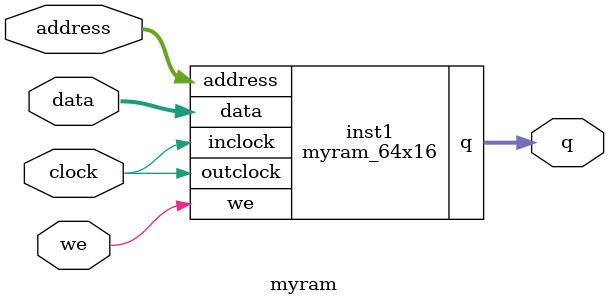
<source format=v>

module myram_64x16 (
    data,address,inclock,outclock,we,q) /* synthesis black_box LPM_WIDTH=16 LPM_WIDTHAD=6 LPM_TYPE="LPM_RAM_DQ"  */ ; 

input [15:0] data;
input [5:0] address;
input inclock, outclock;
input we;
output [15:0] q;

// Notice that this is an empty module!
endmodule

// Instantiate the LPM parameterized module here in this 
//     higher level module myram
module myram(clock, we, data, address, q);
input clock, we;
input [15:0] data;
input [5:0] address;
output [15:0] q;


myram_64x16 inst1 (
    data,
    address, 
    clock, clock, we, 
     q);

endmodule


</source>
